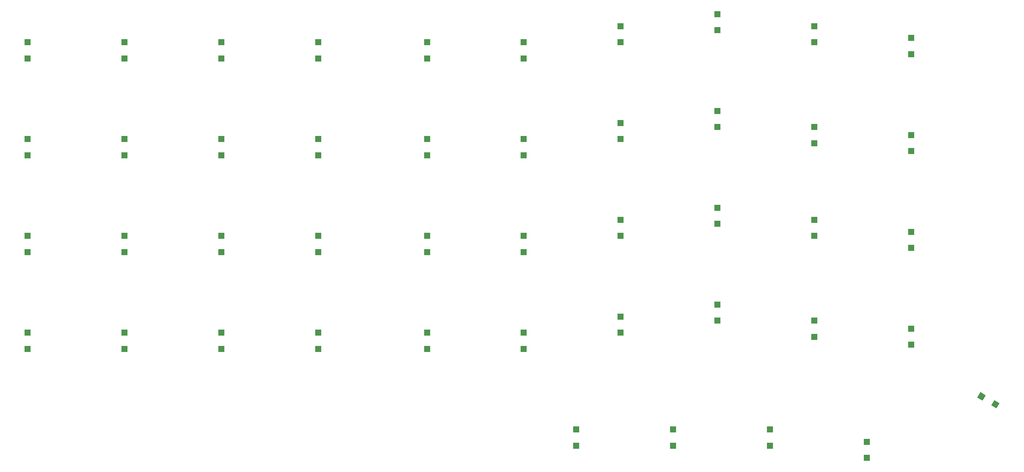
<source format=gbr>
%TF.GenerationSoftware,KiCad,Pcbnew,(5.1.9-0-10_14)*%
%TF.CreationDate,2021-04-19T01:17:04-05:00*%
%TF.ProjectId,wren-left,7772656e-2d6c-4656-9674-2e6b69636164,rev?*%
%TF.SameCoordinates,Original*%
%TF.FileFunction,Paste,Bot*%
%TF.FilePolarity,Positive*%
%FSLAX46Y46*%
G04 Gerber Fmt 4.6, Leading zero omitted, Abs format (unit mm)*
G04 Created by KiCad (PCBNEW (5.1.9-0-10_14)) date 2021-04-19 01:17:04*
%MOMM*%
%LPD*%
G01*
G04 APERTURE LIST*
%ADD10R,1.200000X1.200000*%
%ADD11C,0.100000*%
G04 APERTURE END LIST*
D10*
%TO.C,D45*%
X163512500Y-114287500D03*
X163512500Y-111137500D03*
%TD*%
%TO.C,D44*%
X182562500Y-114287500D03*
X182562500Y-111137500D03*
%TD*%
%TO.C,D43*%
X201612500Y-114287500D03*
X201612500Y-111137500D03*
%TD*%
%TO.C,D42*%
X220662500Y-116668750D03*
X220662500Y-113518750D03*
%TD*%
D11*
%TO.C,D41*%
G36*
X246722105Y-105946135D02*
G01*
X246122105Y-106985365D01*
X245082875Y-106385365D01*
X245682875Y-105346135D01*
X246722105Y-105946135D01*
G37*
G36*
X243994125Y-104371135D02*
G01*
X243394125Y-105410365D01*
X242354895Y-104810365D01*
X242954895Y-103771135D01*
X243994125Y-104371135D01*
G37*
%TD*%
D10*
%TO.C,D40*%
X55605500Y-95237500D03*
X55605500Y-92087500D03*
%TD*%
%TO.C,D39*%
X74649500Y-95237500D03*
X74649500Y-92087500D03*
%TD*%
%TO.C,D38*%
X93693500Y-95225000D03*
X93693500Y-92075000D03*
%TD*%
%TO.C,D37*%
X112737500Y-95237500D03*
X112737500Y-92087500D03*
%TD*%
%TO.C,D36*%
X134162000Y-95237500D03*
X134162000Y-92087500D03*
%TD*%
%TO.C,D35*%
X153206000Y-95237500D03*
X153206000Y-92087500D03*
%TD*%
%TO.C,D34*%
X172250000Y-92062500D03*
X172250000Y-88912500D03*
%TD*%
%TO.C,D33*%
X191294000Y-89681250D03*
X191294000Y-86531250D03*
%TD*%
%TO.C,D32*%
X210338000Y-92856250D03*
X210338000Y-89706250D03*
%TD*%
%TO.C,D31*%
X229382000Y-94443750D03*
X229382000Y-91293750D03*
%TD*%
%TO.C,D30*%
X55605500Y-76187500D03*
X55605500Y-73037500D03*
%TD*%
%TO.C,D29*%
X74649500Y-76187500D03*
X74649500Y-73037500D03*
%TD*%
%TO.C,D28*%
X93693500Y-76187500D03*
X93693500Y-73037500D03*
%TD*%
%TO.C,D27*%
X112737500Y-76187500D03*
X112737500Y-73037500D03*
%TD*%
%TO.C,D26*%
X134162000Y-76187500D03*
X134162000Y-73037500D03*
%TD*%
%TO.C,D25*%
X153206000Y-76187500D03*
X153206000Y-73037500D03*
%TD*%
%TO.C,D24*%
X172250000Y-73012500D03*
X172250000Y-69862500D03*
%TD*%
%TO.C,D23*%
X191294000Y-70631250D03*
X191294000Y-67481250D03*
%TD*%
%TO.C,D22*%
X210338000Y-73012500D03*
X210338000Y-69862500D03*
%TD*%
%TO.C,D21*%
X229382000Y-75393750D03*
X229382000Y-72243750D03*
%TD*%
%TO.C,D20*%
X55605500Y-57137500D03*
X55605500Y-53987500D03*
%TD*%
%TO.C,D19*%
X74649500Y-57137500D03*
X74649500Y-53987500D03*
%TD*%
%TO.C,D18*%
X93693500Y-57137500D03*
X93693500Y-53987500D03*
%TD*%
%TO.C,D17*%
X112737500Y-57137500D03*
X112737500Y-53987500D03*
%TD*%
%TO.C,D16*%
X134162000Y-57137500D03*
X134162000Y-53987500D03*
%TD*%
%TO.C,D15*%
X153206000Y-57137500D03*
X153206000Y-53987500D03*
%TD*%
%TO.C,D14*%
X172250000Y-53962500D03*
X172250000Y-50812500D03*
%TD*%
%TO.C,D13*%
X191294000Y-51581250D03*
X191294000Y-48431250D03*
%TD*%
%TO.C,D12*%
X210338000Y-54756250D03*
X210338000Y-51606250D03*
%TD*%
%TO.C,D11*%
X229382000Y-56343750D03*
X229382000Y-53193750D03*
%TD*%
%TO.C,D10*%
X55605500Y-38087500D03*
X55605500Y-34937500D03*
%TD*%
%TO.C,D9*%
X74649500Y-38087500D03*
X74649500Y-34937500D03*
%TD*%
%TO.C,D8*%
X93693500Y-38087500D03*
X93693500Y-34937500D03*
%TD*%
%TO.C,D7*%
X112737500Y-38087500D03*
X112737500Y-34937500D03*
%TD*%
%TO.C,D6*%
X134162000Y-38087500D03*
X134162000Y-34937500D03*
%TD*%
%TO.C,D5*%
X153206000Y-38087500D03*
X153206000Y-34937500D03*
%TD*%
%TO.C,D4*%
X172250000Y-34912500D03*
X172250000Y-31762500D03*
%TD*%
%TO.C,D3*%
X191294000Y-32531250D03*
X191294000Y-29381250D03*
%TD*%
%TO.C,D2*%
X210338000Y-34912500D03*
X210338000Y-31762500D03*
%TD*%
%TO.C,D1*%
X229382000Y-37231250D03*
X229382000Y-34081250D03*
%TD*%
M02*

</source>
